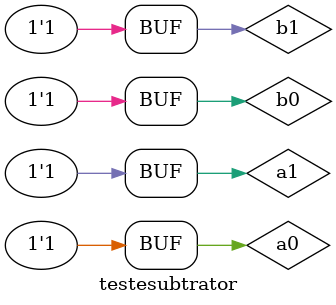
<source format=v>


		module ha ( s0, s1, x, y );
		
			output s0, s1;
			input  x, y;
		
						// Instancia
			or  OR1  ( s3, x, y );
			and AND1 ( s1, x, y );
			not NOT1 ( s2, s1 );
			and AND2 ( s0, s2, s3 );
		
		endmodule
		
//----------------------
//-- Multiplicador
//----------------------

	module multiplicador ( s0, s1, s2, s3, a0, a1, b0, b1);
		output   s0, s1, s2, s3;
		input		a0, a1, b0, b1;
		
				//Instancia
			and AND1 ( s0, a0, b0 );
			and AND2 ( aux1, a0, b1 );
			and AND3 ( aux2, b0, a1 );
			and AND4 ( aux3, a1, b1 );
			ha  HA1  ( s1, aux4, aux1, aux2 );
			ha  HA2  ( s2, s3, aux3, aux4 );
			
	endmodule
	
//----------------------------
//-- TESTE MULTIPLICADOR 2 BITS
//----------------------------

	module testesubtrator;
		
		reg   a0, a1, b0, b1;
		wire  s0, s1, s2, s3;
	
		multiplicador MULTIPLICADOR1 ( s0, s1, s2, s3, a0, a1, b0, b1 );
		
				//Start
		initial begin: start
			a0 = 0; a1 = 0; b0 = 0; b1 = 0;
		end
		
		
				// Main
		initial begin:main
			$display ("Guia 04 - Gustavo Guimaraes - 405804");
			$display ("Teste MULTIPLICADOR 2 BITS");
			$display ("\nA      B  =  s3 s2 s1 s0\n");
			$monitor ("%b%b     %b%b =   %b  %b  %b  %b", a1,a0, b1,b0, s3, s2, s1, s0);
		#1 a0 = 0; a1 = 0; b0 = 0; b1 = 1; 
		#1 a0 = 0; a1 = 0; b0 = 1; b1 = 0; 
		#1 a0 = 0; a1 = 0; b0 = 1; b1 = 1;
		#1 a0 = 0; a1 = 1; b0 = 0; b1 = 0; 
		#1 a0 = 0; a1 = 1; b0 = 0; b1 = 1; 
		#1 a0 = 0; a1 = 1; b0 = 1; b1 = 0; 
		#1 a0 = 0; a1 = 1; b0 = 1; b1 = 1; 
		#1 a0 = 1; a1 = 0; b0 = 0; b1 = 0; 
		#1 a0 = 1; a1 = 0; b0 = 0; b1 = 1; 
		#1 a0 = 1; a1 = 0; b0 = 1; b1 = 0;
		#1 a0 = 1; a1 = 0; b0 = 1; b1 = 1; 
		#1 a0 = 1; a1 = 1; b0 = 0; b1 = 0; 
		#1 a0 = 1; a1 = 1; b0 = 0; b1 = 1; 
		#1 a0 = 1; a1 = 1; b0 = 1; b1 = 0; 
		#1 a0 = 1; a1 = 1; b0 = 1; b1 = 1;
		end	
		
	endmodule //testesubtrator	
	
</source>
